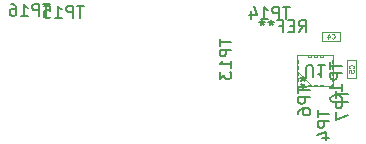
<source format=gbr>
%TF.GenerationSoftware,KiCad,Pcbnew,8.0.6*%
%TF.CreationDate,2024-11-21T01:25:50-08:00*%
%TF.ProjectId,LED20,4c454432-302e-46b6-9963-61645f706362,2*%
%TF.SameCoordinates,Original*%
%TF.FileFunction,AssemblyDrawing,Bot*%
%FSLAX46Y46*%
G04 Gerber Fmt 4.6, Leading zero omitted, Abs format (unit mm)*
G04 Created by KiCad (PCBNEW 8.0.6) date 2024-11-21 01:25:50*
%MOMM*%
%LPD*%
G01*
G04 APERTURE LIST*
%ADD10C,0.150000*%
%ADD11C,0.060000*%
%ADD12C,0.100000*%
%ADD13C,0.025400*%
G04 APERTURE END LIST*
D10*
X159135025Y-68478763D02*
X159135025Y-69050191D01*
X160135025Y-68764477D02*
X159135025Y-68764477D01*
X160135025Y-69383525D02*
X159135025Y-69383525D01*
X159135025Y-69383525D02*
X159135025Y-69764477D01*
X159135025Y-69764477D02*
X159182644Y-69859715D01*
X159182644Y-69859715D02*
X159230263Y-69907334D01*
X159230263Y-69907334D02*
X159325501Y-69954953D01*
X159325501Y-69954953D02*
X159468358Y-69954953D01*
X159468358Y-69954953D02*
X159563596Y-69907334D01*
X159563596Y-69907334D02*
X159611215Y-69859715D01*
X159611215Y-69859715D02*
X159658834Y-69764477D01*
X159658834Y-69764477D02*
X159658834Y-69383525D01*
X160135025Y-70907334D02*
X160135025Y-70335906D01*
X160135025Y-70621620D02*
X159135025Y-70621620D01*
X159135025Y-70621620D02*
X159277882Y-70526382D01*
X159277882Y-70526382D02*
X159373120Y-70431144D01*
X159373120Y-70431144D02*
X159420739Y-70335906D01*
X159135025Y-71526382D02*
X159135025Y-71621620D01*
X159135025Y-71621620D02*
X159182644Y-71716858D01*
X159182644Y-71716858D02*
X159230263Y-71764477D01*
X159230263Y-71764477D02*
X159325501Y-71812096D01*
X159325501Y-71812096D02*
X159515977Y-71859715D01*
X159515977Y-71859715D02*
X159754072Y-71859715D01*
X159754072Y-71859715D02*
X159944548Y-71812096D01*
X159944548Y-71812096D02*
X160039786Y-71764477D01*
X160039786Y-71764477D02*
X160087406Y-71716858D01*
X160087406Y-71716858D02*
X160135025Y-71621620D01*
X160135025Y-71621620D02*
X160135025Y-71526382D01*
X160135025Y-71526382D02*
X160087406Y-71431144D01*
X160087406Y-71431144D02*
X160039786Y-71383525D01*
X160039786Y-71383525D02*
X159944548Y-71335906D01*
X159944548Y-71335906D02*
X159754072Y-71288287D01*
X159754072Y-71288287D02*
X159515977Y-71288287D01*
X159515977Y-71288287D02*
X159325501Y-71335906D01*
X159325501Y-71335906D02*
X159230263Y-71383525D01*
X159230263Y-71383525D02*
X159182644Y-71431144D01*
X159182644Y-71431144D02*
X159135025Y-71526382D01*
X156470833Y-65904819D02*
X156804166Y-65428628D01*
X157042261Y-65904819D02*
X157042261Y-64904819D01*
X157042261Y-64904819D02*
X156661309Y-64904819D01*
X156661309Y-64904819D02*
X156566071Y-64952438D01*
X156566071Y-64952438D02*
X156518452Y-65000057D01*
X156518452Y-65000057D02*
X156470833Y-65095295D01*
X156470833Y-65095295D02*
X156470833Y-65238152D01*
X156470833Y-65238152D02*
X156518452Y-65333390D01*
X156518452Y-65333390D02*
X156566071Y-65381009D01*
X156566071Y-65381009D02*
X156661309Y-65428628D01*
X156661309Y-65428628D02*
X157042261Y-65428628D01*
X156042261Y-65381009D02*
X155708928Y-65381009D01*
X155566071Y-65904819D02*
X156042261Y-65904819D01*
X156042261Y-65904819D02*
X156042261Y-64904819D01*
X156042261Y-64904819D02*
X155566071Y-64904819D01*
X154804166Y-65381009D02*
X155137499Y-65381009D01*
X155137499Y-65904819D02*
X155137499Y-64904819D01*
X155137499Y-64904819D02*
X154661309Y-64904819D01*
X154137499Y-64904819D02*
X154137499Y-65142914D01*
X154375594Y-65047676D02*
X154137499Y-65142914D01*
X154137499Y-65142914D02*
X153899404Y-65047676D01*
X154280356Y-65333390D02*
X154137499Y-65142914D01*
X154137499Y-65142914D02*
X153994642Y-65333390D01*
X153375594Y-64904819D02*
X153375594Y-65142914D01*
X153613689Y-65047676D02*
X153375594Y-65142914D01*
X153375594Y-65142914D02*
X153137499Y-65047676D01*
X153518451Y-65333390D02*
X153375594Y-65142914D01*
X153375594Y-65142914D02*
X153232737Y-65333390D01*
X138246309Y-63696014D02*
X137674881Y-63696014D01*
X137960595Y-64696014D02*
X137960595Y-63696014D01*
X137341547Y-64696014D02*
X137341547Y-63696014D01*
X137341547Y-63696014D02*
X136960595Y-63696014D01*
X136960595Y-63696014D02*
X136865357Y-63743633D01*
X136865357Y-63743633D02*
X136817738Y-63791252D01*
X136817738Y-63791252D02*
X136770119Y-63886490D01*
X136770119Y-63886490D02*
X136770119Y-64029347D01*
X136770119Y-64029347D02*
X136817738Y-64124585D01*
X136817738Y-64124585D02*
X136865357Y-64172204D01*
X136865357Y-64172204D02*
X136960595Y-64219823D01*
X136960595Y-64219823D02*
X137341547Y-64219823D01*
X135817738Y-64696014D02*
X136389166Y-64696014D01*
X136103452Y-64696014D02*
X136103452Y-63696014D01*
X136103452Y-63696014D02*
X136198690Y-63838871D01*
X136198690Y-63838871D02*
X136293928Y-63934109D01*
X136293928Y-63934109D02*
X136389166Y-63981728D01*
X134912976Y-63696014D02*
X135389166Y-63696014D01*
X135389166Y-63696014D02*
X135436785Y-64172204D01*
X135436785Y-64172204D02*
X135389166Y-64124585D01*
X135389166Y-64124585D02*
X135293928Y-64076966D01*
X135293928Y-64076966D02*
X135055833Y-64076966D01*
X135055833Y-64076966D02*
X134960595Y-64124585D01*
X134960595Y-64124585D02*
X134912976Y-64172204D01*
X134912976Y-64172204D02*
X134865357Y-64267442D01*
X134865357Y-64267442D02*
X134865357Y-64505537D01*
X134865357Y-64505537D02*
X134912976Y-64600775D01*
X134912976Y-64600775D02*
X134960595Y-64648395D01*
X134960595Y-64648395D02*
X135055833Y-64696014D01*
X135055833Y-64696014D02*
X135293928Y-64696014D01*
X135293928Y-64696014D02*
X135389166Y-64648395D01*
X135389166Y-64648395D02*
X135436785Y-64600775D01*
X135362153Y-63555532D02*
X134790725Y-63555532D01*
X135076439Y-64555532D02*
X135076439Y-63555532D01*
X134457391Y-64555532D02*
X134457391Y-63555532D01*
X134457391Y-63555532D02*
X134076439Y-63555532D01*
X134076439Y-63555532D02*
X133981201Y-63603151D01*
X133981201Y-63603151D02*
X133933582Y-63650770D01*
X133933582Y-63650770D02*
X133885963Y-63746008D01*
X133885963Y-63746008D02*
X133885963Y-63888865D01*
X133885963Y-63888865D02*
X133933582Y-63984103D01*
X133933582Y-63984103D02*
X133981201Y-64031722D01*
X133981201Y-64031722D02*
X134076439Y-64079341D01*
X134076439Y-64079341D02*
X134457391Y-64079341D01*
X132933582Y-64555532D02*
X133505010Y-64555532D01*
X133219296Y-64555532D02*
X133219296Y-63555532D01*
X133219296Y-63555532D02*
X133314534Y-63698389D01*
X133314534Y-63698389D02*
X133409772Y-63793627D01*
X133409772Y-63793627D02*
X133505010Y-63841246D01*
X132076439Y-63555532D02*
X132266915Y-63555532D01*
X132266915Y-63555532D02*
X132362153Y-63603151D01*
X132362153Y-63603151D02*
X132409772Y-63650770D01*
X132409772Y-63650770D02*
X132505010Y-63793627D01*
X132505010Y-63793627D02*
X132552629Y-63984103D01*
X132552629Y-63984103D02*
X132552629Y-64365055D01*
X132552629Y-64365055D02*
X132505010Y-64460293D01*
X132505010Y-64460293D02*
X132457391Y-64507913D01*
X132457391Y-64507913D02*
X132362153Y-64555532D01*
X132362153Y-64555532D02*
X132171677Y-64555532D01*
X132171677Y-64555532D02*
X132076439Y-64507913D01*
X132076439Y-64507913D02*
X132028820Y-64460293D01*
X132028820Y-64460293D02*
X131981201Y-64365055D01*
X131981201Y-64365055D02*
X131981201Y-64126960D01*
X131981201Y-64126960D02*
X132028820Y-64031722D01*
X132028820Y-64031722D02*
X132076439Y-63984103D01*
X132076439Y-63984103D02*
X132171677Y-63936484D01*
X132171677Y-63936484D02*
X132362153Y-63936484D01*
X132362153Y-63936484D02*
X132457391Y-63984103D01*
X132457391Y-63984103D02*
X132505010Y-64031722D01*
X132505010Y-64031722D02*
X132552629Y-64126960D01*
D11*
X161094107Y-68980084D02*
X161113155Y-68961036D01*
X161113155Y-68961036D02*
X161132202Y-68903894D01*
X161132202Y-68903894D02*
X161132202Y-68865798D01*
X161132202Y-68865798D02*
X161113155Y-68808655D01*
X161113155Y-68808655D02*
X161075059Y-68770560D01*
X161075059Y-68770560D02*
X161036964Y-68751513D01*
X161036964Y-68751513D02*
X160960774Y-68732465D01*
X160960774Y-68732465D02*
X160903631Y-68732465D01*
X160903631Y-68732465D02*
X160827440Y-68751513D01*
X160827440Y-68751513D02*
X160789345Y-68770560D01*
X160789345Y-68770560D02*
X160751250Y-68808655D01*
X160751250Y-68808655D02*
X160732202Y-68865798D01*
X160732202Y-68865798D02*
X160732202Y-68903894D01*
X160732202Y-68903894D02*
X160751250Y-68961036D01*
X160751250Y-68961036D02*
X160770297Y-68980084D01*
X160732202Y-69341989D02*
X160732202Y-69151513D01*
X160732202Y-69151513D02*
X160922678Y-69132465D01*
X160922678Y-69132465D02*
X160903631Y-69151513D01*
X160903631Y-69151513D02*
X160884583Y-69189608D01*
X160884583Y-69189608D02*
X160884583Y-69284846D01*
X160884583Y-69284846D02*
X160903631Y-69322941D01*
X160903631Y-69322941D02*
X160922678Y-69341989D01*
X160922678Y-69341989D02*
X160960774Y-69361036D01*
X160960774Y-69361036D02*
X161056012Y-69361036D01*
X161056012Y-69361036D02*
X161094107Y-69341989D01*
X161094107Y-69341989D02*
X161113155Y-69322941D01*
X161113155Y-69322941D02*
X161132202Y-69284846D01*
X161132202Y-69284846D02*
X161132202Y-69189608D01*
X161132202Y-69189608D02*
X161113155Y-69151513D01*
X161113155Y-69151513D02*
X161094107Y-69132465D01*
D10*
X156826052Y-69647171D02*
X156826052Y-69885266D01*
X157064147Y-69790028D02*
X156826052Y-69885266D01*
X156826052Y-69885266D02*
X156587957Y-69790028D01*
X156968909Y-70075742D02*
X156826052Y-69885266D01*
X156826052Y-69885266D02*
X156683195Y-70075742D01*
X157087748Y-69737532D02*
X157087748Y-68928009D01*
X157087748Y-68928009D02*
X157135367Y-68832771D01*
X157135367Y-68832771D02*
X157182986Y-68785152D01*
X157182986Y-68785152D02*
X157278224Y-68737532D01*
X157278224Y-68737532D02*
X157468700Y-68737532D01*
X157468700Y-68737532D02*
X157563938Y-68785152D01*
X157563938Y-68785152D02*
X157611557Y-68832771D01*
X157611557Y-68832771D02*
X157659176Y-68928009D01*
X157659176Y-68928009D02*
X157659176Y-69737532D01*
X158659176Y-68737532D02*
X158087748Y-68737532D01*
X158373462Y-68737532D02*
X158373462Y-69737532D01*
X158373462Y-69737532D02*
X158278224Y-69594675D01*
X158278224Y-69594675D02*
X158182986Y-69499437D01*
X158182986Y-69499437D02*
X158087748Y-69451818D01*
X156826053Y-70737532D02*
X156826053Y-70499437D01*
X156587958Y-70594675D02*
X156826053Y-70499437D01*
X156826053Y-70499437D02*
X157064148Y-70594675D01*
X156683196Y-70308961D02*
X156826053Y-70499437D01*
X156826053Y-70499437D02*
X156968910Y-70308961D01*
X159595575Y-70902770D02*
X159595575Y-71474198D01*
X160595575Y-71188484D02*
X159595575Y-71188484D01*
X160595575Y-71807532D02*
X159595575Y-71807532D01*
X159595575Y-71807532D02*
X159595575Y-72188484D01*
X159595575Y-72188484D02*
X159643194Y-72283722D01*
X159643194Y-72283722D02*
X159690813Y-72331341D01*
X159690813Y-72331341D02*
X159786051Y-72378960D01*
X159786051Y-72378960D02*
X159928908Y-72378960D01*
X159928908Y-72378960D02*
X160024146Y-72331341D01*
X160024146Y-72331341D02*
X160071765Y-72283722D01*
X160071765Y-72283722D02*
X160119384Y-72188484D01*
X160119384Y-72188484D02*
X160119384Y-71807532D01*
X159595575Y-72712294D02*
X159595575Y-73378960D01*
X159595575Y-73378960D02*
X160595575Y-72950389D01*
X149762698Y-66508627D02*
X149762698Y-67080055D01*
X150762698Y-66794341D02*
X149762698Y-66794341D01*
X150762698Y-67413389D02*
X149762698Y-67413389D01*
X149762698Y-67413389D02*
X149762698Y-67794341D01*
X149762698Y-67794341D02*
X149810317Y-67889579D01*
X149810317Y-67889579D02*
X149857936Y-67937198D01*
X149857936Y-67937198D02*
X149953174Y-67984817D01*
X149953174Y-67984817D02*
X150096031Y-67984817D01*
X150096031Y-67984817D02*
X150191269Y-67937198D01*
X150191269Y-67937198D02*
X150238888Y-67889579D01*
X150238888Y-67889579D02*
X150286507Y-67794341D01*
X150286507Y-67794341D02*
X150286507Y-67413389D01*
X150762698Y-68937198D02*
X150762698Y-68365770D01*
X150762698Y-68651484D02*
X149762698Y-68651484D01*
X149762698Y-68651484D02*
X149905555Y-68556246D01*
X149905555Y-68556246D02*
X150000793Y-68461008D01*
X150000793Y-68461008D02*
X150048412Y-68365770D01*
X149762698Y-69270532D02*
X149762698Y-69889579D01*
X149762698Y-69889579D02*
X150143650Y-69556246D01*
X150143650Y-69556246D02*
X150143650Y-69699103D01*
X150143650Y-69699103D02*
X150191269Y-69794341D01*
X150191269Y-69794341D02*
X150238888Y-69841960D01*
X150238888Y-69841960D02*
X150334126Y-69889579D01*
X150334126Y-69889579D02*
X150572221Y-69889579D01*
X150572221Y-69889579D02*
X150667459Y-69841960D01*
X150667459Y-69841960D02*
X150715079Y-69794341D01*
X150715079Y-69794341D02*
X150762698Y-69699103D01*
X150762698Y-69699103D02*
X150762698Y-69413389D01*
X150762698Y-69413389D02*
X150715079Y-69318151D01*
X150715079Y-69318151D02*
X150667459Y-69270532D01*
X155696622Y-63788517D02*
X155125194Y-63788517D01*
X155410908Y-64788517D02*
X155410908Y-63788517D01*
X154791860Y-64788517D02*
X154791860Y-63788517D01*
X154791860Y-63788517D02*
X154410908Y-63788517D01*
X154410908Y-63788517D02*
X154315670Y-63836136D01*
X154315670Y-63836136D02*
X154268051Y-63883755D01*
X154268051Y-63883755D02*
X154220432Y-63978993D01*
X154220432Y-63978993D02*
X154220432Y-64121850D01*
X154220432Y-64121850D02*
X154268051Y-64217088D01*
X154268051Y-64217088D02*
X154315670Y-64264707D01*
X154315670Y-64264707D02*
X154410908Y-64312326D01*
X154410908Y-64312326D02*
X154791860Y-64312326D01*
X153268051Y-64788517D02*
X153839479Y-64788517D01*
X153553765Y-64788517D02*
X153553765Y-63788517D01*
X153553765Y-63788517D02*
X153649003Y-63931374D01*
X153649003Y-63931374D02*
X153744241Y-64026612D01*
X153744241Y-64026612D02*
X153839479Y-64074231D01*
X152410908Y-64121850D02*
X152410908Y-64788517D01*
X152649003Y-63740898D02*
X152887098Y-64455183D01*
X152887098Y-64455183D02*
X152268051Y-64455183D01*
X158063132Y-72552758D02*
X158063132Y-73124186D01*
X159063132Y-72838472D02*
X158063132Y-72838472D01*
X159063132Y-73457520D02*
X158063132Y-73457520D01*
X158063132Y-73457520D02*
X158063132Y-73838472D01*
X158063132Y-73838472D02*
X158110751Y-73933710D01*
X158110751Y-73933710D02*
X158158370Y-73981329D01*
X158158370Y-73981329D02*
X158253608Y-74028948D01*
X158253608Y-74028948D02*
X158396465Y-74028948D01*
X158396465Y-74028948D02*
X158491703Y-73981329D01*
X158491703Y-73981329D02*
X158539322Y-73933710D01*
X158539322Y-73933710D02*
X158586941Y-73838472D01*
X158586941Y-73838472D02*
X158586941Y-73457520D01*
X158396465Y-74886091D02*
X159063132Y-74886091D01*
X158015513Y-74647996D02*
X158729798Y-74409901D01*
X158729798Y-74409901D02*
X158729798Y-75028948D01*
X156434957Y-70529703D02*
X156434957Y-71101131D01*
X157434957Y-70815417D02*
X156434957Y-70815417D01*
X157434957Y-71434465D02*
X156434957Y-71434465D01*
X156434957Y-71434465D02*
X156434957Y-71815417D01*
X156434957Y-71815417D02*
X156482576Y-71910655D01*
X156482576Y-71910655D02*
X156530195Y-71958274D01*
X156530195Y-71958274D02*
X156625433Y-72005893D01*
X156625433Y-72005893D02*
X156768290Y-72005893D01*
X156768290Y-72005893D02*
X156863528Y-71958274D01*
X156863528Y-71958274D02*
X156911147Y-71910655D01*
X156911147Y-71910655D02*
X156958766Y-71815417D01*
X156958766Y-71815417D02*
X156958766Y-71434465D01*
X156434957Y-72863036D02*
X156434957Y-72672560D01*
X156434957Y-72672560D02*
X156482576Y-72577322D01*
X156482576Y-72577322D02*
X156530195Y-72529703D01*
X156530195Y-72529703D02*
X156673052Y-72434465D01*
X156673052Y-72434465D02*
X156863528Y-72386846D01*
X156863528Y-72386846D02*
X157244480Y-72386846D01*
X157244480Y-72386846D02*
X157339718Y-72434465D01*
X157339718Y-72434465D02*
X157387338Y-72482084D01*
X157387338Y-72482084D02*
X157434957Y-72577322D01*
X157434957Y-72577322D02*
X157434957Y-72767798D01*
X157434957Y-72767798D02*
X157387338Y-72863036D01*
X157387338Y-72863036D02*
X157339718Y-72910655D01*
X157339718Y-72910655D02*
X157244480Y-72958274D01*
X157244480Y-72958274D02*
X157006385Y-72958274D01*
X157006385Y-72958274D02*
X156911147Y-72910655D01*
X156911147Y-72910655D02*
X156863528Y-72863036D01*
X156863528Y-72863036D02*
X156815909Y-72767798D01*
X156815909Y-72767798D02*
X156815909Y-72577322D01*
X156815909Y-72577322D02*
X156863528Y-72482084D01*
X156863528Y-72482084D02*
X156911147Y-72434465D01*
X156911147Y-72434465D02*
X157006385Y-72386846D01*
D11*
X159259596Y-66429185D02*
X159278644Y-66448233D01*
X159278644Y-66448233D02*
X159335786Y-66467280D01*
X159335786Y-66467280D02*
X159373882Y-66467280D01*
X159373882Y-66467280D02*
X159431025Y-66448233D01*
X159431025Y-66448233D02*
X159469120Y-66410137D01*
X159469120Y-66410137D02*
X159488167Y-66372042D01*
X159488167Y-66372042D02*
X159507215Y-66295852D01*
X159507215Y-66295852D02*
X159507215Y-66238709D01*
X159507215Y-66238709D02*
X159488167Y-66162518D01*
X159488167Y-66162518D02*
X159469120Y-66124423D01*
X159469120Y-66124423D02*
X159431025Y-66086328D01*
X159431025Y-66086328D02*
X159373882Y-66067280D01*
X159373882Y-66067280D02*
X159335786Y-66067280D01*
X159335786Y-66067280D02*
X159278644Y-66086328D01*
X159278644Y-66086328D02*
X159259596Y-66105375D01*
X158916739Y-66200613D02*
X158916739Y-66467280D01*
X159011977Y-66048233D02*
X159107215Y-66333947D01*
X159107215Y-66333947D02*
X158859596Y-66333947D01*
D12*
%TO.C,C5*%
X161350275Y-69846751D02*
X160550275Y-69846751D01*
X161350275Y-68246751D02*
X161350275Y-69846751D01*
X160550275Y-69846751D02*
X160550275Y-68246751D01*
X160550275Y-68246751D02*
X161350275Y-68246751D01*
D13*
%TO.C,U1*%
X156300253Y-67896952D02*
X156300253Y-67896952D01*
X156300253Y-67896952D02*
X156300253Y-70487752D01*
X156300253Y-68317352D02*
X156401853Y-68317352D01*
X156300253Y-68567352D02*
X156300253Y-68317352D01*
X156300253Y-68817352D02*
X156401853Y-68817352D01*
X156300253Y-69067352D02*
X156300253Y-68817352D01*
X156300253Y-69317352D02*
X156401853Y-69317352D01*
X156300253Y-69567352D02*
X156300253Y-69317352D01*
X156300253Y-69817352D02*
X156401853Y-69817352D01*
X156300253Y-70067352D02*
X156300253Y-69817352D01*
X156300253Y-70487752D02*
X156300253Y-70487752D01*
X156300253Y-70487752D02*
X159399053Y-70487752D01*
X156401853Y-68317352D02*
X156401853Y-68567352D01*
X156401853Y-68567352D02*
X156300253Y-68567352D01*
X156401853Y-68817352D02*
X156401853Y-69067352D01*
X156401853Y-69067352D02*
X156300253Y-69067352D01*
X156401853Y-69317352D02*
X156401853Y-69567352D01*
X156401853Y-69567352D02*
X156300253Y-69567352D01*
X156401853Y-69817352D02*
X156401853Y-70067352D01*
X156401853Y-70067352D02*
X156300253Y-70067352D01*
X157224653Y-67896952D02*
X157474653Y-67896952D01*
X157224653Y-67998552D02*
X157224653Y-67896952D01*
X157224653Y-70386152D02*
X157474653Y-70386152D01*
X157224653Y-70487752D02*
X157224653Y-70386152D01*
X157474653Y-67896952D02*
X157474653Y-67998552D01*
X157474653Y-67998552D02*
X157224653Y-67998552D01*
X157474653Y-70386152D02*
X157474653Y-70487752D01*
X157474653Y-70487752D02*
X157224653Y-70487752D01*
X157570253Y-70487752D02*
X156300253Y-69217752D01*
X157724653Y-67896952D02*
X157974653Y-67896952D01*
X157724653Y-67998552D02*
X157724653Y-67896952D01*
X157724653Y-70386152D02*
X157974653Y-70386152D01*
X157724653Y-70487752D02*
X157724653Y-70386152D01*
X157974653Y-67896952D02*
X157974653Y-67998552D01*
X157974653Y-67998552D02*
X157724653Y-67998552D01*
X157974653Y-70386152D02*
X157974653Y-70487752D01*
X157974653Y-70487752D02*
X157724653Y-70487752D01*
X158224653Y-67896952D02*
X158474653Y-67896952D01*
X158224653Y-67998552D02*
X158224653Y-67896952D01*
X158224653Y-70386152D02*
X158474653Y-70386152D01*
X158224653Y-70487752D02*
X158224653Y-70386152D01*
X158474653Y-67896952D02*
X158474653Y-67998552D01*
X158474653Y-67998552D02*
X158224653Y-67998552D01*
X158474653Y-70386152D02*
X158474653Y-70487752D01*
X158474653Y-70487752D02*
X158224653Y-70487752D01*
X159297453Y-68317352D02*
X159399053Y-68317352D01*
X159297453Y-68567352D02*
X159297453Y-68317352D01*
X159297453Y-68817352D02*
X159399053Y-68817352D01*
X159297453Y-69067352D02*
X159297453Y-68817352D01*
X159297453Y-69317352D02*
X159399053Y-69317352D01*
X159297453Y-69567352D02*
X159297453Y-69317352D01*
X159297453Y-69817352D02*
X159399053Y-69817352D01*
X159297453Y-70067352D02*
X159297453Y-69817352D01*
X159399053Y-67896952D02*
X156300253Y-67896952D01*
X159399053Y-67896952D02*
X159399053Y-67896952D01*
X159399053Y-68317352D02*
X159399053Y-68567352D01*
X159399053Y-68567352D02*
X159297453Y-68567352D01*
X159399053Y-68817352D02*
X159399053Y-69067352D01*
X159399053Y-69067352D02*
X159297453Y-69067352D01*
X159399053Y-69317352D02*
X159399053Y-69567352D01*
X159399053Y-69567352D02*
X159297453Y-69567352D01*
X159399053Y-69817352D02*
X159399053Y-70067352D01*
X159399053Y-70067352D02*
X159297453Y-70067352D01*
X159399053Y-70487752D02*
X159399053Y-67896952D01*
X159399053Y-70487752D02*
X159399053Y-70487752D01*
D12*
%TO.C,C4*%
X159992930Y-66685353D02*
X158392930Y-66685353D01*
X159992930Y-65885353D02*
X159992930Y-66685353D01*
X158392930Y-66685353D02*
X158392930Y-65885353D01*
X158392930Y-65885353D02*
X159992930Y-65885353D01*
%TD*%
M02*

</source>
